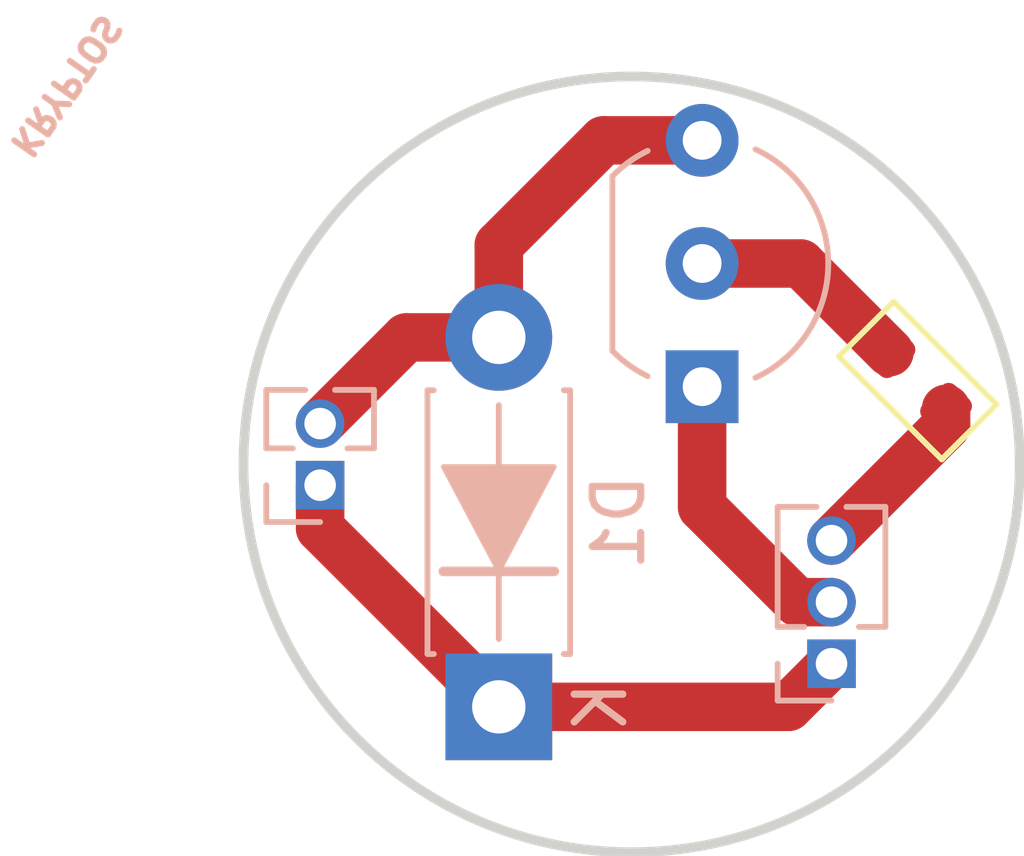
<source format=kicad_pcb>
(kicad_pcb (version 20240108) (generator "pcbnew") (generator_version "8.0")
  (layers (0 "F.Cu" signal) (31 "B.Cu" signal) (34 "B.Paste" user) (35 "F.Paste" user) (36 "B.SilkS" user "B.Silkscreen") (37 "F.SilkS" user "F.Silkscreen") (38 "B.Mask" user) (39 "F.Mask" user) (44 "Edge.Cuts" user))
  (net 0 "")
  (net 1 "Net-(D1-A)")
  (net 2 "Net-(D1-K)")
  (net 3 "GND")
  (net 4 "Net-(Q1-B)")
  (net 5 "Net-(J1-Pin_3)")
  (footprint "PCM_Resistor_SMD_AKL:R_0603_1608Metric" (layer "F.Cu") (at 144.399 72.771 135)
    (property "Reference" "R1" (hide yes))
    (property "Value" "1000" (hide yes))
    (fp_line (start 1.5 -0.8) (end -1.5 -0.8) (stroke (width 0.12)) (layer "F.SilkS"))
    (fp_line (start 1.5 0.8) (end 1.5 -0.8) (stroke (width 0.12)) (layer "F.SilkS"))
    (fp_line (start -1.5 -0.8) (end -1.5 0.8) (stroke (width 0.12)) (layer "F.SilkS"))
    (fp_line (start -1.5 0.8) (end 1.5 0.8) (stroke (width 0.12)) (layer "F.SilkS"))
    (pad "1" smd roundrect (at -0.825 0 135) (size 0.8 0.95) (layers "F.Cu" "F.Paste" "F.Mask") (net 5 "Net-(J1-Pin_3)"))
    (pad "2" smd roundrect (at 0.825 0 135) (size 0.8 0.95) (layers "F.Cu" "F.Paste" "F.Mask") (net 4 "Net-(Q1-B)"))
  )
  (footprint "Connector_PinHeader_1.27mm:PinHeader_1x02_P1.27mm_Vertical" (layer "B.Cu") (at 132.08 74.93)
    (property "Reference" "J2" (hide yes))
    (property "Value" "Conn_01x02_Pin" (hide yes))
    (fp_line (start -1.11 -1.965) (end -1.11 -0.76) (stroke (width 0.12)) (layer "B.SilkS"))
    (fp_line (start -1.11 0.76) (end -1.11 0) (stroke (width 0.12)) (layer "B.SilkS"))
    (fp_line (start -0.563471 -0.76) (end -1.11 -0.76) (stroke (width 0.12)) (layer "B.SilkS"))
    (fp_line (start -0.30753 -1.965) (end -1.11 -1.965) (stroke (width 0.12)) (layer "B.SilkS"))
    (fp_line (start 0 0.76) (end -1.11 0.76) (stroke (width 0.12)) (layer "B.SilkS"))
    (fp_line (start 1.11 -1.965) (end 0.30753 -1.965) (stroke (width 0.12)) (layer "B.SilkS"))
    (fp_line (start 1.11 -1.965) (end 1.11 -0.76) (stroke (width 0.12)) (layer "B.SilkS"))
    (fp_line (start 1.11 -0.76) (end 0.563471 -0.76) (stroke (width 0.12)) (layer "B.SilkS"))
    (pad "1" thru_hole rect (at 0 0) (size 1 1) (drill 0.65) (layers "*.Cu" "*.Mask") (net 2 "Net-(D1-K)"))
    (pad "2" thru_hole oval (at 0 -1.27) (size 1 1) (drill 0.65) (layers "*.Cu" "*.Mask") (net 1 "Net-(D1-A)"))
  )
  (footprint "PCM_Package_TO_SOT_THT_AKL:TO-92_Inline_Wide_EBC" (layer "B.Cu") (at 139.954 72.898 90)
    (property "Reference" "Q1" (hide yes))
    (property "Value" "2N2222A-TO92" (hide yes))
    (fp_line (start 4.34 -1.85) (end 0.74 -1.85) (stroke (width 0.12)) (layer "B.SilkS"))
    (fp_arc (start 4.34 -1.85) (mid 4.633903 -1.509328) (end 4.864184 -1.122795) (stroke (width 0.12)) (layer "B.SilkS"))
    (fp_arc (start 0.215816 -1.122795) (mid 0.446097 -1.509328) (end 0.74 -1.85) (stroke (width 0.12)) (layer "B.SilkS"))
    (fp_arc (start 4.8964 1.098807) (mid 3.936979 2.192817) (end 2.54 2.6) (stroke (width 0.12)) (layer "B.SilkS"))
    (fp_arc (start 2.54 2.6) (mid 1.143021 2.192818) (end 0.1836 1.098807) (stroke (width 0.12)) (layer "B.SilkS"))
    (pad "1" thru_hole rect (at 0 0) (size 1.5 1.5) (drill 0.8) (layers "*.Cu" "*.Mask") (net 3 "GND"))
    (pad "2" thru_hole circle (at 2.54 0) (size 1.5 1.5) (drill 0.8) (layers "*.Cu" "*.Mask") (net 4 "Net-(Q1-B)"))
    (pad "3" thru_hole circle (at 5.08 0) (size 1.5 1.5) (drill 0.8) (layers "*.Cu" "*.Mask") (net 1 "Net-(D1-A)"))
  )
  (footprint "Connector_PinHeader_1.27mm:PinHeader_1x03_P1.27mm_Vertical" (layer "B.Cu") (at 142.621 78.613)
    (property "Reference" "J1" (hide yes))
    (property "Value" "Conn_01x03_Pin" (hide yes))
    (fp_line (start -1.11 -3.235) (end -1.11 -0.76) (stroke (width 0.12)) (layer "B.SilkS"))
    (fp_line (start -1.11 0.76) (end -1.11 0) (stroke (width 0.12)) (layer "B.SilkS"))
    (fp_line (start -0.563471 -0.76) (end -1.11 -0.76) (stroke (width 0.12)) (layer "B.SilkS"))
    (fp_line (start -0.30753 -3.235) (end -1.11 -3.235) (stroke (width 0.12)) (layer "B.SilkS"))
    (fp_line (start 0 0.76) (end -1.11 0.76) (stroke (width 0.12)) (layer "B.SilkS"))
    (fp_line (start 1.11 -3.235) (end 0.30753 -3.235) (stroke (width 0.12)) (layer "B.SilkS"))
    (fp_line (start 1.11 -3.235) (end 1.11 -0.76) (stroke (width 0.12)) (layer "B.SilkS"))
    (fp_line (start 1.11 -0.76) (end 0.563471 -0.76) (stroke (width 0.12)) (layer "B.SilkS"))
    (pad "1" thru_hole rect (at 0 0) (size 1 1) (drill 0.65) (layers "*.Cu" "*.Mask") (net 2 "Net-(D1-K)"))
    (pad "2" thru_hole oval (at 0 -1.27) (size 1 1) (drill 0.65) (layers "*.Cu" "*.Mask") (net 3 "GND"))
    (pad "3" thru_hole oval (at 0 -2.54) (size 1 1) (drill 0.65) (layers "*.Cu" "*.Mask") (net 5 "Net-(J1-Pin_3)"))
  )
  (footprint "PCM_Diode_THT_AKL:D_DO-41_SOD81_P7.62mm_Horizontal" (layer "B.Cu") (at 135.763 79.502 90)
    (property "Reference" "D1" (at 3.81 2.47 90) (layer "B.SilkS") (effects (justify mirror)))
    (property "Value" "1N4001" (hide yes))
    (fp_line (start 6.53 -1.47) (end 1.09 -1.47) (stroke (width 0.12)) (layer "B.SilkS"))
    (fp_line (start 1.09 -1.47) (end 1.09 -1.34) (stroke (width 0.12)) (layer "B.SilkS"))
    (fp_line (start 6.53 -1.34) (end 6.53 -1.47) (stroke (width 0.12)) (layer "B.SilkS"))
    (fp_line (start 2.794 -1.143) (end 2.794 1.143) (stroke (width 0.2)) (layer "B.SilkS"))
    (fp_line (start 6.223 0) (end 4.953 0) (stroke (width 0.12)) (layer "B.SilkS"))
    (fp_line (start 1.397 0) (end 2.794 0) (stroke (width 0.12)) (layer "B.SilkS"))
    (fp_line (start 6.53 1.34) (end 6.53 1.47) (stroke (width 0.12)) (layer "B.SilkS"))
    (fp_line (start 6.53 1.47) (end 1.09 1.47) (stroke (width 0.12)) (layer "B.SilkS"))
    (fp_line (start 1.09 1.47) (end 1.09 1.34) (stroke (width 0.12)) (layer "B.SilkS"))
    (fp_poly (pts (xy 4.953 -1.143) (xy 2.794 0) (xy 4.953 1.143)) (stroke (width 0.1)) (fill solid) (layer "B.SilkS"))
    (fp_text user "K" (at 0 2.1 90) (layer "B.SilkS") (effects (justify mirror)))
    (pad "1" thru_hole rect (at 0 0 90) (size 2.2 2.2) (drill 1.1) (layers "*.Cu" "*.Mask") (net 2 "Net-(D1-K)"))
    (pad "2" thru_hole oval (at 7.62 0 90) (size 2.2 2.2) (drill 1.1) (layers "*.Cu" "*.Mask") (net 1 "Net-(D1-A)"))
  )
  (gr_circle (center 138.5 74.5) (end 146.5 74.5) (stroke (width 0.2)) (fill none) (layer "Edge.Cuts"))
  (gr_text "KRYPTOS" (at 125.603 67.945 235) (layer "B.SilkS") (effects (font (size 0.5 0.5) (thickness 0.125) (bold yes)) (justify left bottom mirror)))
  (segment (start 133.858 71.882) (end 132.08 73.66) (width 1) (layer "F.Cu") (net 1))
  (segment (start 135.763 71.882) (end 133.858 71.882) (width 1) (layer "F.Cu") (net 1))
  (segment (start 137.922 67.818) (end 135.763 69.977) (width 1) (layer "F.Cu") (net 1))
  (segment (start 135.763 69.977) (end 135.763 71.882) (width 1) (layer "F.Cu") (net 1))
  (segment (start 139.954 67.818) (end 137.922 67.818) (width 1) (layer "F.Cu") (net 1))
  (segment (start 135.763 79.502) (end 141.732 79.502) (width 1) (layer "F.Cu") (net 2))
  (segment (start 132.08 75.819) (end 135.763 79.502) (width 1) (layer "F.Cu") (net 2))
  (segment (start 141.732 79.502) (end 142.621 78.613) (width 1) (layer "F.Cu") (net 2))
  (segment (start 132.08 74.93) (end 132.08 75.819) (width 1) (layer "F.Cu") (net 2))
  (segment (start 141.913894 77.343) (end 139.954 75.383106) (width 1) (layer "F.Cu") (net 3))
  (segment (start 139.954 75.383106) (end 139.954 72.898) (width 1) (layer "F.Cu") (net 3))
  (segment (start 142.621 77.343) (end 141.913894 77.343) (width 1) (layer "F.Cu") (net 3))
  (segment (start 139.954 70.358) (end 141.986 70.358) (width 1) (layer "F.Cu") (net 4))
  (segment (start 141.986 70.358) (end 143.815637 72.187637) (width 1) (layer "F.Cu") (net 4))
  (segment (start 144.982363 73.711637) (end 142.621 76.073) (width 1) (layer "F.Cu") (net 5))
  (segment (start 144.982363 73.354363) (end 144.982363 73.711637) (width 1) (layer "F.Cu") (net 5))
)
</source>
